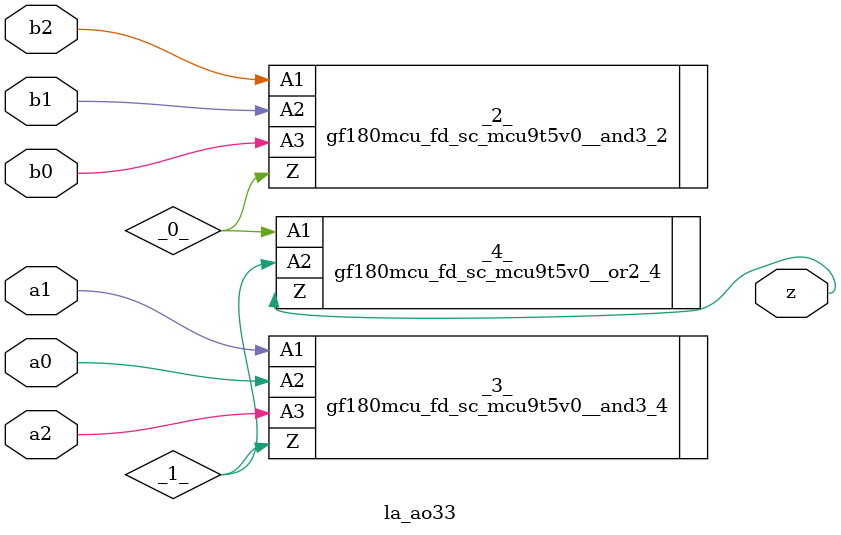
<source format=v>

/* Generated by Yosys 0.44 (git sha1 80ba43d26, g++ 11.4.0-1ubuntu1~22.04 -fPIC -O3) */

(* top =  1  *)
(* src = "inputs/la_ao33.v:10.1-24.10" *)
module la_ao33 (
    a0,
    a1,
    a2,
    b0,
    b1,
    b2,
    z
);
  wire _0_;
  wire _1_;
  (* src = "inputs/la_ao33.v:13.12-13.14" *)
  input a0;
  wire a0;
  (* src = "inputs/la_ao33.v:14.12-14.14" *)
  input a1;
  wire a1;
  (* src = "inputs/la_ao33.v:15.12-15.14" *)
  input a2;
  wire a2;
  (* src = "inputs/la_ao33.v:16.12-16.14" *)
  input b0;
  wire b0;
  (* src = "inputs/la_ao33.v:17.12-17.14" *)
  input b1;
  wire b1;
  (* src = "inputs/la_ao33.v:18.12-18.14" *)
  input b2;
  wire b2;
  (* src = "inputs/la_ao33.v:19.12-19.13" *)
  output z;
  wire z;
  gf180mcu_fd_sc_mcu9t5v0__and3_2 _2_ (
      .A1(b2),
      .A2(b1),
      .A3(b0),
      .Z (_0_)
  );
  gf180mcu_fd_sc_mcu9t5v0__and3_4 _3_ (
      .A1(a1),
      .A2(a0),
      .A3(a2),
      .Z (_1_)
  );
  gf180mcu_fd_sc_mcu9t5v0__or2_4 _4_ (
      .A1(_0_),
      .A2(_1_),
      .Z (z)
  );
endmodule

</source>
